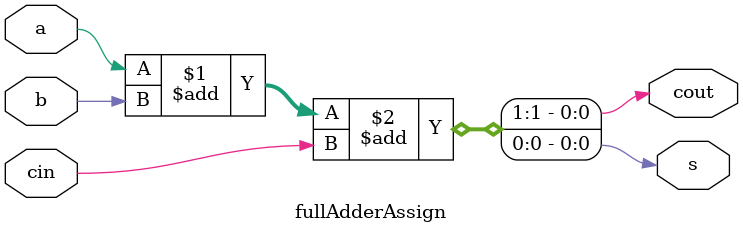
<source format=v>
`timescale 1ns / 1ns


module fullAdderAssign(cout, s, a, b, cin);

    output cout;
    output s;
    input a;
    input b;
    input cin;
    
    assign {cout,s} = a + b + cin;
    
endmodule

</source>
